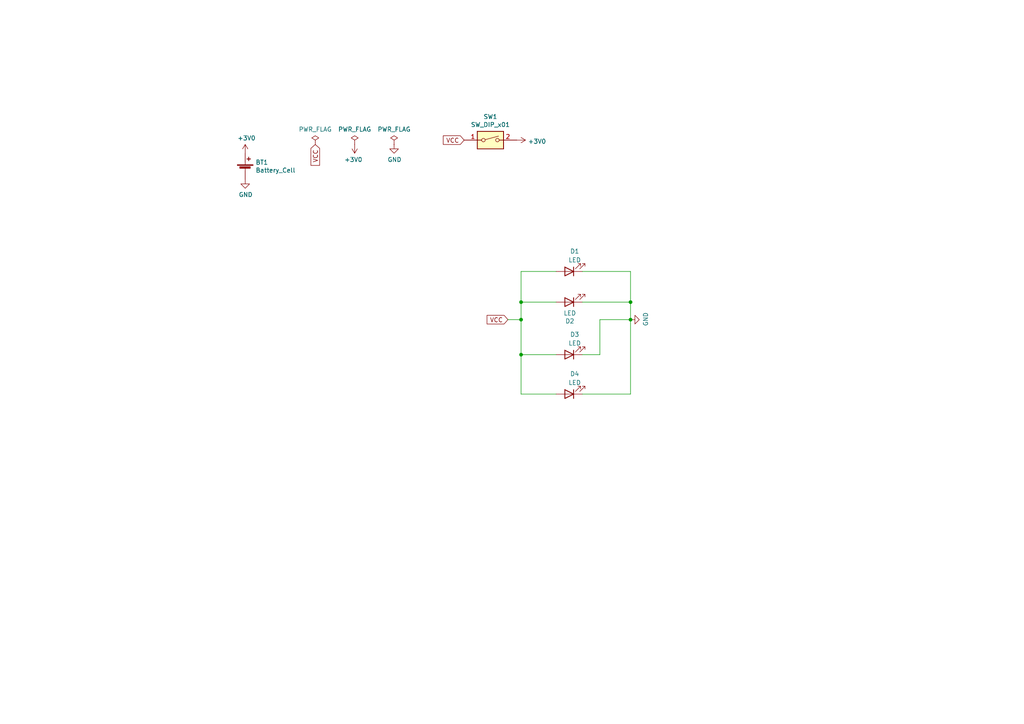
<source format=kicad_sch>
(kicad_sch (version 20211123) (generator eeschema)
  (paper "A4")
  (lib_symbols
    (symbol "Device:Battery_Cell" (pin_numbers hide) (pin_names (offset 0) hide)
      (property "Reference" "BT" (at 2.54 2.54 0))
      (property "Value" "Battery_Cell" (at 2.54 0 0))
      (symbol "Battery_Cell_0_1"
        (rectangle (start -2.286 1.778) (end 2.286 1.524) (fill (type outline)))
        (rectangle (start -1.5748 1.1938) (end 1.4732 0.6858) (fill (type outline)))
        (polyline (pts (xy 0 0.762) (xy 0 0)))
        (polyline (pts (xy 0 1.778) (xy 0 2.54)))
        (polyline (pts (xy 0.508 3.429) (xy 1.524 3.429)) (stroke (width 0.254)))
        (polyline (pts (xy 1.016 3.937) (xy 1.016 2.921)) (stroke (width 0.254)))
      )
      (symbol "Battery_Cell_1_1"
        (pin passive line (at 0 5.08 270) (length 2.54) (name "+") (number "1"))
        (pin passive line (at 0 -2.54 90) (length 2.54) (name "-") (number "2"))
      )
    )
    (symbol "Device:LED" (pin_numbers hide) (pin_names (offset 1.016) hide)
      (property "Reference" "D" (at 0 2.54 0))
      (property "Value" "LED" (at 0 -2.54 0))
      (symbol "LED_0_1"
        (polyline (pts (xy -1.27 -1.27) (xy -1.27 1.27)) (stroke (width 0.254)))
        (polyline (pts (xy -1.27 0) (xy 1.27 0)))
        (polyline (pts (xy 1.27 -1.27) (xy 1.27 1.27) (xy -1.27 0) (xy 1.27 -1.27)) (stroke (width 0.254)))
        (polyline (pts (xy -3.048 -0.762) (xy -4.572 -2.286) (xy -3.81 -2.286) (xy -4.572 -2.286) (xy -4.572 -1.524)))
        (polyline (pts (xy -1.778 -0.762) (xy -3.302 -2.286) (xy -2.54 -2.286) (xy -3.302 -2.286) (xy -3.302 -1.524)))
      )
      (symbol "LED_1_1"
        (pin passive line (at -3.81 0 0) (length 2.54) (name "K") (number "1"))
        (pin passive line (at 3.81 0 180) (length 2.54) (name "A") (number "2"))
      )
    )
    (symbol "Switch:SW_DIP_x01" (pin_names (offset 0) hide)
      (property "Reference" "SW" (at 0 3.81 0))
      (property "Value" "SW_DIP_x01" (at 0 -3.81 0))
      (symbol "SW_DIP_x01_0_0"
        (circle (center -2.032 0) (radius 0.508))
        (polyline (pts (xy -1.524 0.127) (xy 2.3622 1.1684)))
        (circle (center 2.032 0) (radius 0.508))
      )
      (symbol "SW_DIP_x01_0_1"
        (rectangle (start -3.81 2.54) (end 3.81 -2.54) (stroke (width 0.254)) (fill (type background)))
      )
      (symbol "SW_DIP_x01_1_1"
        (pin passive line (at -7.62 0 0) (length 5.08) (name "~") (number "1"))
        (pin passive line (at 7.62 0 180) (length 5.08) (name "~") (number "2"))
      )
    )
    (symbol "power:+3V0" (power) (pin_names (offset 0))
      (property "Value" "+3V0" (at 0 3.556 0))
      (symbol "+3V0_0_1"
        (polyline (pts (xy -0.762 1.27) (xy 0 2.54)))
        (polyline (pts (xy 0 0) (xy 0 2.54)))
        (polyline (pts (xy 0 2.54) (xy 0.762 1.27)))
      )
      (symbol "+3V0_1_1"
        (pin power_in line (at 0 0 90) (length 0) hide (name "+3V0") (number "1"))
      )
    )
    (symbol "power:GND" (power) (pin_names (offset 0))
      (property "Value" "GND" (at 0 -3.81 0))
      (symbol "GND_0_1"
        (polyline (pts (xy 0 0) (xy 0 -1.27) (xy 1.27 -1.27) (xy 0 -2.54) (xy -1.27 -1.27) (xy 0 -1.27)))
      )
      (symbol "GND_1_1"
        (pin power_in line (at 0 0 270) (length 0) hide (name "GND") (number "1"))
      )
    )
    (symbol "power:PWR_FLAG" (power) (pin_numbers hide) (pin_names (offset 0) hide)
      (property "Value" "PWR_FLAG" (at 0 3.81 0))
      (symbol "PWR_FLAG_0_0"
        (pin power_out line (at 0 0 90) (length 0) (name "pwr") (number "1"))
      )
      (symbol "PWR_FLAG_0_1"
        (polyline (pts (xy 0 0) (xy 0 1.27) (xy -1.016 1.905) (xy 0 2.54) (xy 1.016 1.905) (xy 0 1.27)))
      )
    )
  )
  (junction (at 151.13 102.87))
  (junction (at 182.88 92.71))
  (junction (at 151.13 92.71))
  (junction (at 182.88 87.63))
  (junction (at 151.13 87.63))
  (wire (pts (xy 151.13 78.74) (xy 161.29 78.74)))
  (wire (pts (xy 168.91 87.63) (xy 182.88 87.63)))
  (wire (pts (xy 151.13 102.87) (xy 151.13 114.3)))
  (wire (pts (xy 182.88 114.3) (xy 182.88 92.71)))
  (wire (pts (xy 182.88 87.63) (xy 182.88 92.71)))
  (wire (pts (xy 168.91 102.87) (xy 173.99 102.87)))
  (wire (pts (xy 173.99 102.87) (xy 173.99 92.71)))
  (wire (pts (xy 161.29 87.63) (xy 151.13 87.63)))
  (wire (pts (xy 151.13 92.71) (xy 151.13 102.87)))
  (wire (pts (xy 168.91 114.3) (xy 182.88 114.3)))
  (wire (pts (xy 168.91 78.74) (xy 182.88 78.74)))
  (wire (pts (xy 151.13 92.71) (xy 147.32 92.71)))
  (wire (pts (xy 182.88 78.74) (xy 182.88 87.63)))
  (wire (pts (xy 151.13 102.87) (xy 161.29 102.87)))
  (wire (pts (xy 173.99 92.71) (xy 182.88 92.71)))
  (wire (pts (xy 151.13 87.63) (xy 151.13 92.71)))
  (wire (pts (xy 151.13 87.63) (xy 151.13 78.74)))
  (wire (pts (xy 151.13 114.3) (xy 161.29 114.3)))
  (global_label "VCC" (shape input) (at 134.62 40.64 180) (property "Intersheet References" "${INTERSHEET_REFS}" (effects hide)))
  (global_label "VCC" (shape input) (at 147.32 92.71 180) (property "Intersheet References" "${INTERSHEET_REFS}" (effects hide)))
  (global_label "VCC" (shape input) (at 91.44 41.91 270) (property "Intersheet References" "${INTERSHEET_REFS}" (effects hide)))
  (symbol (lib_id "Device:Battery_Cell") (at 71.12 49.53 0) (unit 1)
    (property "Reference" "BT1" (at 74.1172 47.0916 0) (effects (justify left)))
    (property "Value" "Battery_Cell" (at 74.1172 49.403 0) (effects (justify left)))
    (property "Footprint" "binary_kitchen:BatteryHolder_Keystone_1060_1x2032_HandSoldering" (effects hide))
  )
  (symbol (lib_id "power:+3V0") (at 71.12 44.45 0) (unit 1)
    (property "Reference" "#PWR0103" (effects hide))
    (property "Value" "+3V0" (at 71.501 40.0558 0))
  )
  (symbol (lib_id "Device:LED") (at 165.1 87.63 180) (unit 1)
    (property "Reference" "D2" (at 165.2778 93.1418 0))
    (property "Value" "LED" (at 165.2778 90.8304 0))
    (property "Footprint" "binary_kitchen:5mm_SMD-Pad" (effects hide))
  )
  (symbol (lib_id "power:PWR_FLAG") (at 91.44 41.91 0) (unit 1)
    (property "Reference" "#FLG0101" (effects hide))
    (property "Value" "PWR_FLAG" (at 91.44 37.5158 0))
  )
  (symbol (lib_id "power:PWR_FLAG") (at 102.87 41.91 0) (unit 1)
    (property "Reference" "#FLG0102" (effects hide))
    (property "Value" "PWR_FLAG" (at 102.87 37.5158 0))
  )
  (symbol (lib_id "power:GND") (at 182.88 92.71 90) (unit 1)
    (property "Reference" "#PWR0104" (effects hide))
    (property "Value" "GND" (at 187.2742 92.583 0))
  )
  (symbol (lib_id "Device:LED") (at 165.1 78.74 180) (unit 1)
    (property "Reference" "D1" (at 166.6875 72.8812 0))
    (property "Value" "LED" (at 166.6875 75.4181 0))
    (property "Footprint" "binary_kitchen:5mm_SMD-Pad" (effects hide))
  )
  (symbol (lib_id "power:+3V0") (at 102.87 41.91 180) (unit 1)
    (property "Reference" "#PWR0105" (effects hide))
    (property "Value" "+3V0" (at 102.489 46.3042 0))
  )
  (symbol (lib_id "power:+3V0") (at 149.86 40.64 270) (unit 1)
    (property "Reference" "#PWR0101" (effects hide))
    (property "Value" "+3V0" (at 153.1112 41.021 90) (effects (justify left)))
  )
  (symbol (lib_id "Device:LED") (at 165.1 114.3 180) (unit 1)
    (property "Reference" "D4" (at 166.6875 108.4412 0))
    (property "Value" "LED" (at 166.6875 110.9781 0))
    (property "Footprint" "binary_kitchen:5mm_SMD-Pad" (effects hide))
  )
  (symbol (lib_id "power:GND") (at 71.12 52.07 0) (unit 1)
    (property "Reference" "#PWR0102" (effects hide))
    (property "Value" "GND" (at 71.247 56.4642 0))
  )
  (symbol (lib_id "power:GND") (at 114.3 41.91 0) (unit 1)
    (property "Reference" "#PWR0106" (effects hide))
    (property "Value" "GND" (at 114.427 46.3042 0))
  )
  (symbol (lib_id "Device:LED") (at 165.1 102.87 180) (unit 1)
    (property "Reference" "D3" (at 166.6875 97.0112 0))
    (property "Value" "LED" (at 166.6875 99.5481 0))
    (property "Footprint" "binary_kitchen:5mm_SMD-Pad" (effects hide))
  )
  (symbol (lib_id "power:PWR_FLAG") (at 114.3 41.91 0) (unit 1)
    (property "Reference" "#FLG0103" (effects hide))
    (property "Value" "PWR_FLAG" (at 114.3 37.5158 0))
  )
  (symbol (lib_id "Switch:SW_DIP_x01") (at 142.24 40.64 0) (unit 1)
    (property "Reference" "SW1" (at 142.24 33.8582 0))
    (property "Value" "SW_DIP_x01" (at 142.24 36.1696 0))
    (property "Footprint" "binary_kitchen:Push_Button" (effects hide))
  )
)
</source>
